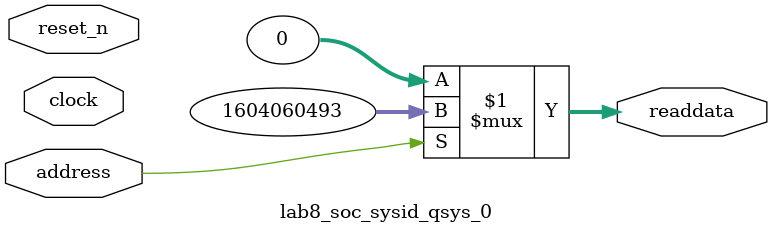
<source format=v>



// synthesis translate_off
`timescale 1ns / 1ps
// synthesis translate_on

// turn off superfluous verilog processor warnings 
// altera message_level Level1 
// altera message_off 10034 10035 10036 10037 10230 10240 10030 

module lab8_soc_sysid_qsys_0 (
               // inputs:
                address,
                clock,
                reset_n,

               // outputs:
                readdata
             )
;

  output  [ 31: 0] readdata;
  input            address;
  input            clock;
  input            reset_n;

  wire    [ 31: 0] readdata;
  //control_slave, which is an e_avalon_slave
  assign readdata = address ? 1604060493 : 0;

endmodule



</source>
